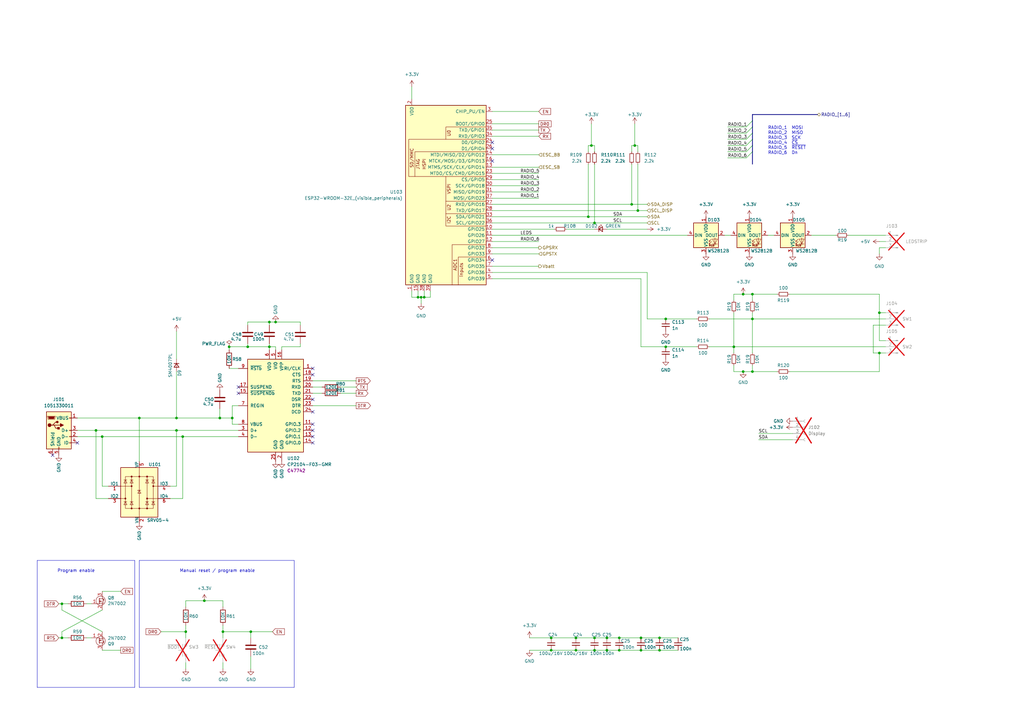
<source format=kicad_sch>
(kicad_sch (version 20231120) (generator "eeschema") (generator_version "8.0")
  (paper "A3")
  (junction (at 76.2 259.08))
  (junction (at 57.15 171.45))
  (junction (at 259.08 83.82))
  (junction (at 39.37 176.53))
  (junction (at 243.84 266.7))
  (junction (at 254 261.62))
  (junction (at 95.25 171.45))
  (junction (at 243.84 261.62))
  (junction (at 91.44 259.08))
  (junction (at 270.51 261.62))
  (junction (at 270.51 266.7))
  (junction (at 236.22 266.7))
  (junction (at 171.45 121.92))
  (junction (at 226.06 266.7))
  (junction (at 83.82 246.38))
  (junction (at 273.05 130.81))
  (junction (at 248.92 261.62))
  (junction (at 72.39 176.53))
  (junction (at 248.92 266.7))
  (junction (at 101.6 142.24))
  (junction (at 254 266.7))
  (junction (at 273.05 142.24))
  (junction (at 308.61 130.81))
  (junction (at 173.99 121.92))
  (junction (at 300.99 142.24))
  (junction (at 243.84 91.44))
  (junction (at 102.87 259.08))
  (junction (at 360.68 128.27))
  (junction (at 304.8 120.65))
  (junction (at 261.62 86.36))
  (junction (at 308.61 152.4))
  (junction (at 360.68 144.78))
  (junction (at 304.8 152.4))
  (junction (at 242.57 59.69))
  (junction (at 110.49 142.24))
  (junction (at 236.22 261.62))
  (junction (at 113.03 132.08))
  (junction (at 110.49 132.08))
  (junction (at 262.89 266.7))
  (junction (at 90.17 171.45))
  (junction (at 241.3 88.9))
  (junction (at 25.4 247.65))
  (junction (at 226.06 261.62))
  (junction (at 262.89 261.62))
  (junction (at 25.4 261.62))
  (junction (at 41.91 179.07))
  (junction (at 308.61 120.65))
  (junction (at 93.98 142.24))
  (junction (at 172.72 121.92))
  (junction (at 72.39 171.45))
  (junction (at 260.35 59.69))
  (junction (at 74.93 179.07))
  (no_connect (at 201.93 106.68))
  (no_connect (at 201.93 60.96))
  (no_connect (at 128.27 163.83))
  (no_connect (at 201.93 58.42))
  (no_connect (at 128.27 168.91))
  (no_connect (at 97.79 158.75))
  (no_connect (at 97.79 161.29))
  (no_connect (at 128.27 151.13))
  (no_connect (at 21.59 186.69))
  (no_connect (at 128.27 173.99))
  (no_connect (at 31.75 181.61))
  (no_connect (at 128.27 181.61))
  (no_connect (at 128.27 176.53))
  (no_connect (at 128.27 179.07))
  (no_connect (at 128.27 153.67))
  (no_connect (at 201.93 66.04))
  (bus_entry (at 308.61 57.15) (size -2.54 2.54))
  (bus_entry (at 308.61 62.23) (size -2.54 2.54))
  (bus_entry (at 308.61 59.69) (size -2.54 2.54))
  (bus_entry (at 308.61 54.61) (size -2.54 2.54))
  (bus_entry (at 308.61 52.07) (size -2.54 2.54))
  (bus_entry (at 308.61 49.53) (size -2.54 2.54))
  (wire (pts (xy 57.15 171.45) (xy 57.15 189.23)))
  (wire (pts (xy 347.98 96.52) (xy 363.22 96.52)))
  (wire (pts (xy 226.06 261.62) (xy 236.22 261.62)))
  (wire (pts (xy 41.91 179.07) (xy 41.91 199.39)))
  (wire (pts (xy 220.98 68.58) (xy 201.93 68.58)))
  (wire (pts (xy 201.93 73.66) (xy 220.98 73.66)))
  (wire (pts (xy 115.57 143.51) (xy 115.57 142.24)))
  (wire (pts (xy 243.84 91.44) (xy 265.43 91.44)))
  (wire (pts (xy 323.85 120.65) (xy 360.68 120.65)))
  (bus (pts (xy 308.61 57.15) (xy 308.61 59.69)))
  (wire (pts (xy 290.83 130.81) (xy 308.61 130.81)))
  (wire (pts (xy 201.93 78.74) (xy 220.98 78.74)))
  (wire (pts (xy 101.6 132.08) (xy 110.49 132.08)))
  (wire (pts (xy 261.62 86.36) (xy 201.93 86.36)))
  (wire (pts (xy 360.68 128.27) (xy 363.22 128.27)))
  (wire (pts (xy 265.43 83.82) (xy 259.08 83.82)))
  (wire (pts (xy 172.72 121.92) (xy 172.72 124.46)))
  (wire (pts (xy 242.57 50.8) (xy 242.57 59.69)))
  (wire (pts (xy 304.8 152.4) (xy 308.61 152.4)))
  (wire (pts (xy 72.39 176.53) (xy 97.79 176.53)))
  (wire (pts (xy 308.61 120.65) (xy 318.77 120.65)))
  (wire (pts (xy 298.45 59.69) (xy 306.07 59.69)))
  (wire (pts (xy 311.15 177.8) (xy 325.12 177.8)))
  (wire (pts (xy 308.61 152.4) (xy 308.61 149.86)))
  (wire (pts (xy 308.61 130.81) (xy 363.22 130.81)))
  (wire (pts (xy 300.99 152.4) (xy 304.8 152.4)))
  (wire (pts (xy 232.41 93.98) (xy 243.84 93.98)))
  (wire (pts (xy 311.15 180.34) (xy 325.12 180.34)))
  (wire (pts (xy 201.93 99.06) (xy 220.98 99.06)))
  (wire (pts (xy 236.22 266.7) (xy 243.84 266.7)))
  (wire (pts (xy 172.72 121.92) (xy 173.99 121.92)))
  (wire (pts (xy 101.6 142.24) (xy 110.49 142.24)))
  (polyline (pts (xy 57.15 229.87) (xy 120.65 229.87)))
  (wire (pts (xy 254 261.62) (xy 262.89 261.62)))
  (wire (pts (xy 201.93 114.3) (xy 262.89 114.3)))
  (wire (pts (xy 242.57 59.69) (xy 243.84 59.69)))
  (wire (pts (xy 360.68 139.7) (xy 363.22 139.7)))
  (wire (pts (xy 139.7 161.29) (xy 146.05 161.29)))
  (wire (pts (xy 93.98 143.51) (xy 93.98 142.24)))
  (wire (pts (xy 300.99 149.86) (xy 300.99 152.4)))
  (wire (pts (xy 248.92 266.7) (xy 254 266.7)))
  (wire (pts (xy 110.49 133.35) (xy 110.49 132.08)))
  (wire (pts (xy 115.57 142.24) (xy 123.19 142.24)))
  (wire (pts (xy 95.25 171.45) (xy 95.25 173.99)))
  (wire (pts (xy 173.99 121.92) (xy 176.53 121.92)))
  (wire (pts (xy 297.18 96.52) (xy 299.72 96.52)))
  (wire (pts (xy 298.45 52.07) (xy 306.07 52.07)))
  (wire (pts (xy 132.08 158.75) (xy 128.27 158.75)))
  (wire (pts (xy 76.2 246.38) (xy 83.82 246.38)))
  (wire (pts (xy 113.03 142.24) (xy 113.03 143.51)))
  (wire (pts (xy 360.68 120.65) (xy 360.68 128.27)))
  (wire (pts (xy 308.61 130.81) (xy 308.61 144.78)))
  (wire (pts (xy 91.44 256.54) (xy 91.44 259.08)))
  (wire (pts (xy 110.49 142.24) (xy 113.03 142.24)))
  (wire (pts (xy 259.08 59.69) (xy 259.08 62.23)))
  (wire (pts (xy 332.74 96.52) (xy 342.9 96.52)))
  (wire (pts (xy 25.4 261.62) (xy 27.94 261.62)))
  (wire (pts (xy 168.91 35.56) (xy 168.91 40.64)))
  (wire (pts (xy 69.85 204.47) (xy 74.93 204.47)))
  (wire (pts (xy 123.19 132.08) (xy 113.03 132.08)))
  (wire (pts (xy 261.62 67.31) (xy 261.62 86.36)))
  (wire (pts (xy 260.35 59.69) (xy 261.62 59.69)))
  (wire (pts (xy 201.93 93.98) (xy 227.33 93.98)))
  (wire (pts (xy 72.39 152.4) (xy 72.39 171.45)))
  (wire (pts (xy 91.44 259.08) (xy 102.87 259.08)))
  (wire (pts (xy 201.93 76.2) (xy 220.98 76.2)))
  (wire (pts (xy 97.79 166.37) (xy 95.25 166.37)))
  (wire (pts (xy 290.83 142.24) (xy 300.99 142.24)))
  (wire (pts (xy 248.92 93.98) (xy 265.43 93.98)))
  (wire (pts (xy 44.45 204.47) (xy 39.37 204.47)))
  (wire (pts (xy 93.98 142.24) (xy 101.6 142.24)))
  (wire (pts (xy 360.68 99.06) (xy 363.22 99.06)))
  (wire (pts (xy 262.89 142.24) (xy 262.89 114.3)))
  (wire (pts (xy 248.92 261.62) (xy 254 261.62)))
  (wire (pts (xy 300.99 142.24) (xy 363.22 142.24)))
  (wire (pts (xy 304.8 120.65) (xy 308.61 120.65)))
  (wire (pts (xy 31.75 176.53) (xy 39.37 176.53)))
  (wire (pts (xy 41.91 250.19) (xy 25.4 259.08)))
  (wire (pts (xy 308.61 120.65) (xy 308.61 123.19)))
  (wire (pts (xy 83.82 246.38) (xy 91.44 246.38)))
  (wire (pts (xy 243.84 67.31) (xy 243.84 91.44)))
  (wire (pts (xy 101.6 132.08) (xy 101.6 133.35)))
  (wire (pts (xy 76.2 259.08) (xy 76.2 261.62)))
  (wire (pts (xy 123.19 133.35) (xy 123.19 132.08)))
  (wire (pts (xy 95.25 166.37) (xy 95.25 171.45)))
  (wire (pts (xy 168.91 121.92) (xy 168.91 119.38)))
  (wire (pts (xy 270.51 261.62) (xy 278.13 261.62)))
  (wire (pts (xy 72.39 171.45) (xy 90.17 171.45)))
  (wire (pts (xy 201.93 71.12) (xy 220.98 71.12)))
  (wire (pts (xy 217.17 261.62) (xy 226.06 261.62)))
  (wire (pts (xy 95.25 173.99) (xy 97.79 173.99)))
  (polyline (pts (xy 15.24 281.94) (xy 15.24 229.87)))
  (wire (pts (xy 243.84 261.62) (xy 248.92 261.62)))
  (wire (pts (xy 113.03 132.08) (xy 110.49 132.08)))
  (wire (pts (xy 273.05 142.24) (xy 285.75 142.24)))
  (wire (pts (xy 72.39 199.39) (xy 72.39 176.53)))
  (polyline (pts (xy 55.245 281.94) (xy 15.24 281.94)))
  (wire (pts (xy 31.75 179.07) (xy 41.91 179.07)))
  (wire (pts (xy 300.99 120.65) (xy 304.8 120.65)))
  (wire (pts (xy 35.56 261.62) (xy 37.465 261.62)))
  (wire (pts (xy 91.44 261.62) (xy 91.44 259.08)))
  (wire (pts (xy 201.93 88.9) (xy 241.3 88.9)))
  (wire (pts (xy 76.2 246.38) (xy 76.2 248.92)))
  (wire (pts (xy 220.98 50.8) (xy 201.93 50.8)))
  (wire (pts (xy 261.62 59.69) (xy 261.62 62.23)))
  (wire (pts (xy 241.3 88.9) (xy 265.43 88.9)))
  (wire (pts (xy 262.89 142.24) (xy 273.05 142.24)))
  (wire (pts (xy 76.2 274.32) (xy 76.2 271.78)))
  (wire (pts (xy 300.99 123.19) (xy 300.99 120.65)))
  (wire (pts (xy 360.68 144.78) (xy 363.22 144.78)))
  (wire (pts (xy 217.17 266.7) (xy 226.06 266.7)))
  (wire (pts (xy 360.68 128.27) (xy 360.68 139.7)))
  (wire (pts (xy 76.2 259.08) (xy 66.04 259.08)))
  (wire (pts (xy 102.87 259.08) (xy 102.87 261.62)))
  (wire (pts (xy 41.91 266.7) (xy 49.53 266.7)))
  (wire (pts (xy 201.93 96.52) (xy 281.94 96.52)))
  (wire (pts (xy 259.08 59.69) (xy 260.35 59.69)))
  (wire (pts (xy 90.17 171.45) (xy 95.25 171.45)))
  (wire (pts (xy 173.99 121.92) (xy 173.99 119.38)))
  (wire (pts (xy 226.06 266.7) (xy 236.22 266.7)))
  (wire (pts (xy 128.27 166.37) (xy 146.05 166.37)))
  (wire (pts (xy 74.93 179.07) (xy 97.79 179.07)))
  (wire (pts (xy 220.98 101.6) (xy 201.93 101.6)))
  (wire (pts (xy 243.84 266.7) (xy 248.92 266.7)))
  (wire (pts (xy 69.85 199.39) (xy 72.39 199.39)))
  (wire (pts (xy 363.22 101.6) (xy 360.68 101.6)))
  (wire (pts (xy 91.44 246.38) (xy 91.44 248.92)))
  (wire (pts (xy 262.89 266.7) (xy 270.51 266.7)))
  (polyline (pts (xy 120.65 281.94) (xy 57.15 281.94)))
  (wire (pts (xy 220.98 104.14) (xy 201.93 104.14)))
  (wire (pts (xy 260.35 50.8) (xy 260.35 59.69)))
  (wire (pts (xy 314.96 96.52) (xy 317.5 96.52)))
  (wire (pts (xy 72.39 135.89) (xy 72.39 147.32)))
  (bus (pts (xy 335.28 46.99) (xy 308.61 46.99)))
  (wire (pts (xy 298.45 64.77) (xy 306.07 64.77)))
  (wire (pts (xy 220.98 63.5) (xy 201.93 63.5)))
  (wire (pts (xy 110.49 140.97) (xy 110.49 142.24)))
  (wire (pts (xy 168.91 121.92) (xy 171.45 121.92)))
  (wire (pts (xy 308.61 152.4) (xy 318.77 152.4)))
  (polyline (pts (xy 57.15 281.94) (xy 57.15 229.87)))
  (wire (pts (xy 323.85 152.4) (xy 360.68 152.4)))
  (wire (pts (xy 171.45 121.92) (xy 172.72 121.92)))
  (wire (pts (xy 241.3 59.69) (xy 242.57 59.69)))
  (wire (pts (xy 110.49 142.24) (xy 110.49 143.51)))
  (wire (pts (xy 76.2 256.54) (xy 76.2 259.08)))
  (wire (pts (xy 39.37 176.53) (xy 72.39 176.53)))
  (wire (pts (xy 25.4 247.65) (xy 25.4 250.19)))
  (wire (pts (xy 39.37 176.53) (xy 39.37 204.47)))
  (wire (pts (xy 300.99 144.78) (xy 300.99 142.24)))
  (wire (pts (xy 220.98 109.22) (xy 201.93 109.22)))
  (wire (pts (xy 298.45 57.15) (xy 306.07 57.15)))
  (wire (pts (xy 97.79 151.13) (xy 93.98 151.13)))
  (wire (pts (xy 201.93 81.28) (xy 220.98 81.28)))
  (wire (pts (xy 360.68 101.6) (xy 360.68 104.14)))
  (wire (pts (xy 243.84 59.69) (xy 243.84 62.23)))
  (wire (pts (xy 41.91 179.07) (xy 74.93 179.07)))
  (wire (pts (xy 241.3 59.69) (xy 241.3 62.23)))
  (bus (pts (xy 308.61 46.99) (xy 308.61 49.53)))
  (wire (pts (xy 262.89 261.62) (xy 270.51 261.62)))
  (wire (pts (xy 102.87 269.24) (xy 102.87 274.32)))
  (wire (pts (xy 128.27 156.21) (xy 146.05 156.21)))
  (wire (pts (xy 35.56 247.65) (xy 37.465 247.65)))
  (wire (pts (xy 360.68 152.4) (xy 360.68 144.78)))
  (polyline (pts (xy 120.65 229.87) (xy 120.65 281.94)))
  (wire (pts (xy 259.08 67.31) (xy 259.08 83.82)))
  (wire (pts (xy 101.6 140.97) (xy 101.6 142.24)))
  (wire (pts (xy 270.51 266.7) (xy 278.13 266.7)))
  (wire (pts (xy 74.93 204.47) (xy 74.93 179.07)))
  (wire (pts (xy 102.87 259.08) (xy 111.76 259.08)))
  (polyline (pts (xy 15.24 229.87) (xy 55.245 229.87)))
  (wire (pts (xy 300.99 128.27) (xy 300.99 142.24)))
  (wire (pts (xy 132.08 161.29) (xy 128.27 161.29)))
  (wire (pts (xy 123.19 142.24) (xy 123.19 140.97)))
  (wire (pts (xy 31.75 171.45) (xy 57.15 171.45)))
  (wire (pts (xy 139.7 158.75) (xy 146.05 158.75)))
  (bus (pts (xy 308.61 52.07) (xy 308.61 54.61)))
  (wire (pts (xy 25.4 250.19) (xy 41.91 259.08)))
  (bus (pts (xy 308.61 59.69) (xy 308.61 62.23)))
  (wire (pts (xy 91.44 274.32) (xy 91.44 271.78)))
  (wire (pts (xy 220.98 55.88) (xy 201.93 55.88)))
  (wire (pts (xy 298.45 62.23) (xy 306.07 62.23)))
  (wire (pts (xy 57.15 171.45) (xy 72.39 171.45)))
  (wire (pts (xy 254 266.7) (xy 262.89 266.7)))
  (wire (pts (xy 241.3 67.31) (xy 241.3 88.9)))
  (wire (pts (xy 220.98 53.34) (xy 201.93 53.34)))
  (wire (pts (xy 220.98 45.72) (xy 201.93 45.72)))
  (wire (pts (xy 25.4 247.65) (xy 24.13 247.65)))
  (wire (pts (xy 265.43 130.81) (xy 273.05 130.81)))
  (wire (pts (xy 358.14 144.78) (xy 358.14 133.35)))
  (wire (pts (xy 308.61 128.27) (xy 308.61 130.81)))
  (wire (pts (xy 176.53 119.38) (xy 176.53 121.92)))
  (wire (pts (xy 25.4 261.62) (xy 24.13 261.62)))
  (wire (pts (xy 171.45 119.38) (xy 171.45 121.92)))
  (wire (pts (xy 201.93 91.44) (xy 243.84 91.44)))
  (wire (pts (xy 259.08 83.82) (xy 201.93 83.82)))
  (wire (pts (xy 25.4 247.65) (xy 27.94 247.65)))
  (wire (pts (xy 44.45 199.39) (xy 41.91 199.39)))
  (wire (pts (xy 273.05 130.81) (xy 285.75 130.81)))
  (wire (pts (xy 49.53 242.57) (xy 41.91 242.57)))
  (wire (pts (xy 201.93 111.76) (xy 265.43 111.76)))
  (wire (pts (xy 265.43 130.81) (xy 265.43 111.76)))
  (wire (pts (xy 298.45 54.61) (xy 306.07 54.61)))
  (wire (pts (xy 236.22 261.62) (xy 243.84 261.62)))
  (bus (pts (xy 308.61 62.23) (xy 308.61 67.31)))
  (bus (pts (xy 308.61 49.53) (xy 308.61 52.07)))
  (wire (pts (xy 25.4 261.62) (xy 25.4 259.08)))
  (wire (pts (xy 90.17 167.64) (xy 90.17 171.45)))
  (wire (pts (xy 358.14 133.35) (xy 363.22 133.35)))
  (wire (pts (xy 358.14 144.78) (xy 360.68 144.78)))
  (bus (pts (xy 308.61 54.61) (xy 308.61 57.15)))
  (wire (pts (xy 265.43 86.36) (xy 261.62 86.36)))
  (polyline (pts (xy 55.245 229.87) (xy 55.245 281.94)))
  (text "Program enable" (at 23.495 234.95 0) (effects (font (size 1.27 1.27)) (justify left bottom)))
  (text "RADIO_1  MOSI\nRADIO_2  MISO\nRADIO_3  SCK\nRADIO_4  ~{CS}\nRADIO_5  ~{RESET}\nRADIO_6  Dn\n" (at 314.96 63.5 0) (effects (font (size 1.27 1.27)) (justify left bottom)))
  (text "Manual reset / program enable" (at 73.66 234.95 0) (effects (font (size 1.27 1.27)) (justify left bottom)))
  (label "RADIO_2" (at 213.36 78.74 0))
  (label "RADIO_3" (at 298.45 57.15 0))
  (label "RADIO_4" (at 213.36 73.66 0))
  (label "SDA" (at 311.15 180.34 0))
  (label "RADIO_6" (at 213.36 99.06 0))
  (label "SCL" (at 311.15 177.8 0))
  (label "RADIO_5" (at 298.45 62.23 0))
  (label "RADIO_5" (at 213.36 71.12 0))
  (label "RADIO_1" (at 213.36 81.28 0))
  (label "RADIO_2" (at 298.45 54.61 0))
  (label "RADIO_3" (at 213.36 76.2 0))
  (label "SDA" (at 251.46 88.9 0))
  (label "RADIO_6" (at 298.45 64.77 0))
  (label "LEDS" (at 213.36 96.52 0))
  (label "RADIO_4" (at 298.45 59.69 0))
  (label "SCL" (at 251.46 91.44 0))
  (label "RADIO_1" (at 298.45 52.07 0))
  (global_label "TX" (shape input) (at 146.05 158.75 0) (property "Intersheetrefs" "${INTERSHEET_REFS}" (effects (hide yes))))
  (global_label "RTS" (shape input) (at 24.13 261.62 180) (property "Intersheetrefs" "${INTERSHEET_REFS}" (effects (hide yes))))
  (global_label "DR0" (shape input) (at 66.04 259.08 180) (property "Intersheetrefs" "${INTERSHEET_REFS}" (effects (hide yes))))
  (global_label "EN" (shape input) (at 111.76 259.08 0) (property "Intersheetrefs" "${INTERSHEET_REFS}" (effects (hide yes))))
  (global_label "EN" (shape input) (at 49.53 242.57 0) (property "Intersheetrefs" "${INTERSHEET_REFS}" (effects (hide yes))))
  (global_label "TX" (shape output) (at 220.98 53.34 0) (property "Intersheetrefs" "${INTERSHEET_REFS}" (effects (hide yes))))
  (global_label "RX" (shape output) (at 146.05 161.29 0) (property "Intersheetrefs" "${INTERSHEET_REFS}" (effects (hide yes))))
  (global_label "DTR" (shape input) (at 24.13 247.65 180) (property "Intersheetrefs" "${INTERSHEET_REFS}" (effects (hide yes))))
  (global_label "DR0" (shape passive) (at 49.53 266.7 0) (property "Intersheetrefs" "${INTERSHEET_REFS}" (effects (hide yes))))
  (global_label "EN" (shape input) (at 220.98 45.72 0) (property "Intersheetrefs" "${INTERSHEET_REFS}" (effects (hide yes))))
  (global_label "DTR" (shape output) (at 146.05 166.37 0) (property "Intersheetrefs" "${INTERSHEET_REFS}" (effects (hide yes))))
  (global_label "RTS" (shape output) (at 146.05 156.21 0) (property "Intersheetrefs" "${INTERSHEET_REFS}" (effects (hide yes))))
  (global_label "RX" (shape input) (at 220.98 55.88 0) (property "Intersheetrefs" "${INTERSHEET_REFS}" (effects (hide yes))))
  (global_label "DR0" (shape passive) (at 220.98 50.8 0) (property "Intersheetrefs" "${INTERSHEET_REFS}" (effects (hide yes))))
  (hierarchical_label "Vbatt" (shape output) (at 220.98 109.22 0))
  (hierarchical_label "ESC_BB" (shape input) (at 220.98 63.5 0))
  (hierarchical_label "SDA" (shape bidirectional) (at 265.43 88.9 0))
  (hierarchical_label "ESC_SB" (shape input) (at 220.98 68.58 0))
  (hierarchical_label "GPSRX" (shape output) (at 220.98 101.6 0))
  (hierarchical_label "SCL" (shape input) (at 265.43 91.44 0))
  (hierarchical_label "GPSTX" (shape input) (at 220.98 104.14 0))
  (hierarchical_label "RADIO_[1..6]" (shape bidirectional) (at 335.28 46.99 0))
  (hierarchical_label "SCL_DISP" (shape input) (at 265.43 86.36 0))
  (hierarchical_label "SDA_DISP" (shape bidirectional) (at 265.43 83.82 0))
  (symbol (lib_id "power:+3.3V") (at 83.82 246.38 0) (unit 1)
    (property "Reference" "#PWR0105" (effects (hide yes)))
    (property "Value" "+3.3V" (at 83.82 241.3 0))
  )
  (symbol (lib_id "Device:C") (at 123.19 137.16 0) (unit 1)
    (property "Reference" "C51" (at 116.84 137.16 0) (effects (justify left)))
    (property "Value" "4.7u" (at 116.205 139.065 0) (effects (justify left)))
    (property "Footprint" "A_Device:C_0603" (effects (hide yes)))
    (property "LCSC" "C19666" (effects (hide yes)))
    (instances (project "Smartbox4.0_V1.3" (path "" (reference "C51") (unit 1))) (project "Nice-Buoy-V1_1" (path "" (reference "C105") (unit 1))))
  )
  (symbol (lib_id "Connector:USB_B_Mini") (at 24.13 176.53 0) (unit 1)
    (property "Reference" "J101" (at 24.13 163.83 0))
    (property "Value" "1051330011" (at 24.13 166.37 0))
    (property "Footprint" "Connector_USB:USB_Micro-B_Molex-105133-0001" (effects (hide yes)))
    (property "LCSC" "C586226" (effects (hide yes)))
  )
  (symbol (lib_id "Device:R_Small") (at 308.61 147.32 180) (unit 1)
    (property "Reference" "R19" (at 306.705 147.32 90))
    (property "Value" "10K" (at 310.515 147.32 90))
    (property "Footprint" "A_Device:R_0603" (effects (hide yes)))
    (property "LCSC" "C22843" (effects (hide yes)))
    (instances (project "NIKOLA-02-E-001_PCAScannerController_R1" (path "" (reference "R19") (unit 1))) (project "Nice-Buoy-V1_1" (path "" (reference "R118") (unit 1))))
  )
  (symbol (lib_id "Device:C") (at 101.6 137.16 0) (unit 1)
    (property "Reference" "C48" (at 95.25 137.16 0) (effects (justify left)))
    (property "Value" "4.7u" (at 94.615 139.065 0) (effects (justify left)))
    (property "Footprint" "A_Device:C_0603" (effects (hide yes)))
    (property "LCSC" "C19666" (effects (hide yes)))
    (instances (project "Smartbox4.0_V1.3" (path "" (reference "C48") (unit 1))) (project "Nice-Buoy-V1_1" (path "" (reference "C102") (unit 1))))
  )
  (symbol (lib_id "Device:C_Small") (at 236.22 264.16 0) (unit 1)
    (property "Reference" "C24" (at 234.95 260.35 0) (effects (justify left)))
    (property "Value" "100u/16V" (at 231.14 267.97 0) (effects (justify left)))
    (property "Footprint" "Capacitor_SMD:C_1210_3225Metric" (effects (hide yes)))
    (property "LCSC" "C90143" (effects (hide yes)))
    (instances (project "NIKOLA-02-E-001_PCAScannerController_R1" (path "" (reference "C24") (unit 1))) (project "Nice-Buoy-V1_1" (path "" (reference "C107") (unit 1))))
  )
  (symbol (lib_id "power:GND") (at 115.57 189.23 0) (unit 1)
    (property "Reference" "#PWR0122" (effects (hide yes)))
    (property "Value" "GND" (at 115.57 194.31 90))
    (instances (project "Smartbox4.0_V1.3" (path "" (reference "#PWR0122") (unit 1))) (project "Nice-Buoy-V1_1" (path "" (reference "#PWR0111") (unit 1))))
  )
  (symbol (lib_id "power:GND") (at 91.44 274.32 0) (unit 1)
    (property "Reference" "#PWR0123" (effects (hide yes)))
    (property "Value" "GND" (at 91.567 278.7142 0))
    (instances (project "Smartbox4.0_V1.3" (path "" (reference "#PWR0123") (unit 1))) (project "Nice-Buoy-V1_1" (path "" (reference "#PWR0107") (unit 1))))
  )
  (symbol (lib_id "power:GND") (at 307.34 104.14 0) (unit 1)
    (property "Reference" "#PWR0126" (effects (hide yes)))
    (property "Value" "GND" (at 307.34 108.585 0))
  )
  (symbol (lib_id "power:GND") (at 90.17 160.02 180) (unit 1)
    (property "Reference" "#PWR080" (effects (hide yes)))
    (property "Value" "GND" (at 90.17 154.94 90))
    (instances (project "Smartbox4.0_V1.3" (path "" (reference "#PWR080") (unit 1))) (project "Nice-Buoy-V1_1" (path "" (reference "#PWR0106") (unit 1))))
  )
  (symbol (lib_id "Switch:SW_Push") (at 91.44 266.7 90) (unit 1) (in_bom no) (dnp yes)
    (property "Reference" "SW4" (at 92.6592 265.3792 90) (effects (justify right)))
    (property "Value" "~{RESET}" (at 83.82 265.43 90) (effects (justify right)))
    (property "Footprint" "Connector_PinHeader_2.54mm:PinHeader_1x02_P2.54mm_Vertical" (effects (hide yes)))
    (property "Farnell" "-" (effects (hide yes)))
    (instances (project "Smartbox4.0_V1.3" (path "" (reference "SW4") (unit 1))) (project "Nice-Buoy-V1_1" (path "" (reference "SW102") (unit 1))))
  )
  (symbol (lib_id "power:GND") (at 113.03 189.23 0) (unit 1)
    (property "Reference" "#PWR0121" (effects (hide yes)))
    (property "Value" "GND" (at 113.03 194.31 90))
    (instances (project "Smartbox4.0_V1.3" (path "" (reference "#PWR0121") (unit 1))) (project "Nice-Buoy-V1_1" (path "" (reference "#PWR0110") (unit 1))))
  )
  (symbol (lib_id "Device:R_Small") (at 321.31 120.65 270) (unit 1)
    (property "Reference" "R119" (at 321.31 123.19 90))
    (property "Value" "100" (at 321.31 118.11 90))
    (property "Footprint" "A_Device:R_0603" (effects (hide yes)))
  )
  (symbol (lib_id "power:+3.3V") (at 325.12 175.26 90) (unit 1)
    (property "Reference" "#PWR0130" (effects (hide yes)))
    (property "Value" "+3.3V" (at 321.31 175.26 90) (effects (justify left)))
  )
  (symbol (lib_id "Device:R_Small") (at 300.99 125.73 180) (unit 1)
    (property "Reference" "R19" (at 299.085 125.73 90))
    (property "Value" "10K" (at 302.895 125.73 90))
    (property "Footprint" "A_Device:R_0603" (effects (hide yes)))
    (property "LCSC" "C22843" (effects (hide yes)))
    (instances (project "NIKOLA-02-E-001_PCAScannerController_R1" (path "" (reference "R19") (unit 1))) (project "Nice-Buoy-V1_1" (path "" (reference "R115") (unit 1))))
  )
  (symbol (lib_id "power:GND") (at 325.12 172.72 270) (unit 1)
    (property "Reference" "#PWR0129" (effects (hide yes)))
    (property "Value" "GND" (at 321.31 172.72 90) (effects (justify right)))
  )
  (symbol (lib_id "Device:C_Small") (at 278.13 264.16 0) (unit 1)
    (property "Reference" "C25" (at 278.765 262.255 0) (effects (justify left)))
    (property "Value" "100n" (at 278.765 266.065 0) (effects (justify left)))
    (property "Footprint" "A_Device:C_0603" (effects (hide yes)))
    (property "LCSC" "C14663" (effects (hide yes)))
    (instances (project "NIKOLA-02-E-001_PCAScannerController_R1" (path "" (reference "C25") (unit 1))) (project "Nice-Buoy-V1_1" (path "" (reference "C115") (unit 1))))
  )
  (symbol (lib_id "Confocal:CP2104-F03-GMR") (at 113.03 166.37 0) (unit 1)
    (property "Reference" "U102" (at 117.7641 187.96 0) (effects (justify left)))
    (property "Value" "CP2104-F03-GMR" (at 117.7641 190.5 0) (effects (justify left)))
    (property "Footprint" "Package_DFN_QFN:QFN-24-1EP_4x4mm_P0.5mm_EP2.6x2.6mm" (effects (hide yes)))
    (property "Datasheet" "https://datasheet.lcsc.com/lcsc/1809191938_SILICON-LABS-CP2104-F03-GMR_C47742.pdf" (effects (hide yes)))
    (property "LCSC" "C47742" (at 117.7641 193.04 0) (effects (justify left)))
  )
  (symbol (lib_id "Device:D_Small") (at 72.39 149.86 90) (mirror x) (unit 1)
    (property "Reference" "D9" (at 73.66 153.035 0))
    (property "Value" "SM4007PL" (at 69.85 149.86 0))
    (property "Footprint" "A_Device:D_SOD-123_2.85x1.8x1.3" (effects (hide yes)))
    (property "Datasheet" "https://datasheet.lcsc.com/lcsc/1809301215_MDD-Microdiode-Electronics-SM4007PL_C64898.pdf" (effects (hide yes)))
    (property "LCSC" "C64898 " (effects (hide yes)))
    (instances (project "Smartbox4.0_V1.3" (path "" (reference "D9") (unit 1))) (project "Nice-Buoy-V1_1" (path "" (reference "D101") (unit 1))))
  )
  (symbol (lib_id "SmartBox4-0V1.2-rescue:NFET_small-AirSupplies-Repeater_4x_V1_0-rescue-Repeater_4x_USB_V1.1-rescue") (at 40.64 262.89 0) (mirror x) (unit 1)
    (property "Reference" "Q9" (at 44.1452 264.0584 0) (effects (justify left)))
    (property "Value" "2N7002" (at 44.1452 261.747 0) (effects (justify left)))
    (property "Footprint" "A_IC_SOT:SOT-23_1.4x3_P0.95" (effects (hide yes)))
    (property "LCSC" "C8545" (effects (hide yes)))
    (property "Octopart" "C20917" (effects (hide yes)))
    (instances (project "Smartbox4.0_V1.3" (path "" (reference "Q9") (unit 1))) (project "Nice-Buoy-V1_1" (path "" (reference "Q102") (unit 1))))
  )
  (symbol (lib_id "power:+5V") (at 360.68 99.06 90) (unit 1)
    (property "Reference" "#PWR0131" (effects (hide yes)))
    (property "Value" "+5V" (at 356.87 99.06 90) (effects (justify left)))
  )
  (symbol (lib_id "Device:C_Small") (at 273.05 144.78 0) (unit 1)
    (property "Reference" "C114" (at 275.59 143.5163 0) (effects (justify left)))
    (property "Value" "1n" (at 275.59 146.0563 0) (effects (justify left)))
    (property "Footprint" "A_Device:C_0603" (effects (hide yes)))
    (property "LCSC" "C1588" (effects (hide yes)))
  )
  (symbol (lib_id "Device:R") (at 91.44 252.73 0) (unit 1)
    (property "Reference" "R61" (at 92.71 252.73 0) (effects (justify left)))
    (property "Value" "10K" (at 91.44 252.73 90))
    (property "Footprint" "A_Device:R_0603" (effects (hide yes)))
    (property "Farnell" "2331736" (effects (hide yes)))
    (property "MF" "TE CONNECTIVITY" (effects (hide yes)))
    (property "MFN" "CRGH0603F10K" (effects (hide yes)))
    (property "LCSC" "C25804" (effects (hide yes)))
    (instances (project "Smartbox4.0_V1.3" (path "" (reference "R61") (unit 1))) (project "Nice-Buoy-V1_1" (path "" (reference "R104") (unit 1))))
  )
  (symbol (lib_id "Device:R_Small") (at 288.29 130.81 90) (unit 1)
    (property "Reference" "R113" (at 288.29 128.27 90))
    (property "Value" "100" (at 288.29 133.35 90))
    (property "Footprint" "A_Device:R_0603" (effects (hide yes)))
  )
  (symbol (lib_id "Connector:Conn_01x03_Pin") (at 368.3 99.06 0) (mirror y) (unit 1) (in_bom no) (dnp yes)
    (property "Reference" "J103" (at 365.76 92.71 0))
    (property "Value" "LEDSTRIP" (at 375.92 99.06 0))
    (property "Footprint" "Connector_JST:JST_XH_B3B-XH-A_1x03_P2.50mm_Vertical" (effects (hide yes)))
    (property "LCSC" "C161870" (effects (hide yes)))
  )
  (symbol (lib_id "Device:R") (at 93.98 147.32 0) (unit 1)
    (property "Reference" "R58" (at 95.25 147.32 0) (effects (justify left)))
    (property "Value" "10K" (at 93.98 147.32 90))
    (property "Footprint" "A_Device:R_0603" (effects (hide yes)))
    (property "Farnell" "2331736" (effects (hide yes)))
    (property "MF" "TE CONNECTIVITY" (effects (hide yes)))
    (property "MFN" "CRGH0603F10K" (effects (hide yes)))
    (property "LCSC" "C25804" (effects (hide yes)))
    (instances (project "Smartbox4.0_V1.3" (path "" (reference "R58") (unit 1))) (project "Nice-Buoy-V1_1" (path "" (reference "R105") (unit 1))))
  )
  (symbol (lib_id "Device:R_Small") (at 241.3 64.77 0) (mirror y) (unit 1)
    (property "Reference" "R109" (at 238.76 63.5 0) (effects (justify left)))
    (property "Value" "2.2k" (at 238.76 66.04 0) (effects (justify left)))
    (property "Footprint" "A_Device:R_0603" (effects (hide yes)))
  )
  (symbol (lib_id "Device:C_Small") (at 226.06 264.16 0) (unit 1)
    (property "Reference" "C24" (at 224.79 260.35 0) (effects (justify left)))
    (property "Value" "100u/16V" (at 220.98 267.97 0) (effects (justify left)))
    (property "Footprint" "Capacitor_SMD:C_1210_3225Metric" (effects (hide yes)))
    (property "LCSC" "C90143" (effects (hide yes)))
    (instances (project "NIKOLA-02-E-001_PCAScannerController_R1" (path "" (reference "C24") (unit 1))) (project "Nice-Buoy-V1_1" (path "" (reference "C106") (unit 1))))
  )
  (symbol (lib_id "Device:R_Small") (at 261.62 64.77 0) (unit 1)
    (property "Reference" "R112" (at 264.16 63.5 0) (effects (justify left)))
    (property "Value" "2.2k" (at 264.16 66.04 0) (effects (justify left)))
    (property "Footprint" "A_Device:R_0603" (effects (hide yes)))
  )
  (symbol (lib_id "power:GND") (at 76.2 274.32 0) (unit 1)
    (property "Reference" "#PWR081" (effects (hide yes)))
    (property "Value" "GND" (at 76.327 278.7142 0))
    (instances (project "Smartbox4.0_V1.3" (path "" (reference "#PWR081") (unit 1))) (project "Nice-Buoy-V1_1" (path "" (reference "#PWR0104") (unit 1))))
  )
  (symbol (lib_id "Device:R_Small") (at 259.08 64.77 0) (mirror y) (unit 1)
    (property "Reference" "R111" (at 256.54 63.5 0) (effects (justify left)))
    (property "Value" "2.2k" (at 256.54 66.04 0) (effects (justify left)))
    (property "Footprint" "A_Device:R_0603" (effects (hide yes)))
  )
  (symbol (lib_id "Device:C") (at 110.49 137.16 0) (unit 1)
    (property "Reference" "C49" (at 104.14 137.16 0) (effects (justify left)))
    (property "Value" "100n" (at 103.505 139.065 0) (effects (justify left)))
    (property "Footprint" "A_Device:C_0603" (effects (hide yes)))
    (property "LCSC" "C14663" (effects (hide yes)))
    (instances (project "Smartbox4.0_V1.3" (path "" (reference "C49") (unit 1))) (project "Nice-Buoy-V1_1" (path "" (reference "C104") (unit 1))))
  )
  (symbol (lib_id "Device:R_Small") (at 243.84 64.77 0) (unit 1)
    (property "Reference" "R110" (at 246.38 63.5 0) (effects (justify left)))
    (property "Value" "2.2k" (at 246.38 66.04 0) (effects (justify left)))
    (property "Footprint" "A_Device:R_0603" (effects (hide yes)))
  )
  (symbol (lib_id "Device:R") (at 31.75 247.65 270) (unit 1)
    (property "Reference" "R56" (at 31.75 245.11 90))
    (property "Value" "10K" (at 31.75 247.65 90))
    (property "Footprint" "A_Device:R_0603" (effects (hide yes)))
    (property "Farnell" "2331736" (effects (hide yes)))
    (property "MF" "TE CONNECTIVITY" (effects (hide yes)))
    (property "MFN" "CRGH0603F10K" (effects (hide yes)))
    (property "LCSC" "C25804" (effects (hide yes)))
    (instances (project "Smartbox4.0_V1.3" (path "" (reference "R56") (unit 1))) (project "Nice-Buoy-V1_1" (path "" (reference "R101") (unit 1))))
  )
  (symbol (lib_id "Device:C_Small") (at 248.92 264.16 0) (unit 1)
    (property "Reference" "C25" (at 247.015 260.35 0) (effects (justify left)))
    (property "Value" "100n" (at 247.015 267.97 0) (effects (justify left)))
    (property "Footprint" "A_Device:C_0603" (effects (hide yes)))
    (property "LCSC" "C14663" (effects (hide yes)))
    (instances (project "NIKOLA-02-E-001_PCAScannerController_R1" (path "" (reference "C25") (unit 1))) (project "Nice-Buoy-V1_1" (path "" (reference "C109") (unit 1))))
  )
  (symbol (lib_id "SmartBox4-0V1.2-rescue:NFET_small-AirSupplies-Repeater_4x_V1_0-rescue-Repeater_4x_USB_V1.1-rescue") (at 40.64 246.38 0) (unit 1)
    (property "Reference" "Q8" (at 44.1452 245.2116 0) (effects (justify left)))
    (property "Value" "2N7002" (at 44.1452 247.523 0) (effects (justify left)))
    (property "Footprint" "A_IC_SOT:SOT-23_1.4x3_P0.95" (effects (hide yes)))
    (property "LCSC" "C8545" (effects (hide yes)))
    (property "Octopart" "C20917" (effects (hide yes)))
    (instances (project "Smartbox4.0_V1.3" (path "" (reference "Q8") (unit 1))) (project "Nice-Buoy-V1_1" (path "" (reference "Q101") (unit 1))))
  )
  (symbol (lib_id "power:GND") (at 24.13 186.69 0) (unit 1)
    (property "Reference" "#PWR073" (effects (hide yes)))
    (property "Value" "GND" (at 24.13 191.77 90))
    (instances (project "Smartbox4.0_V1.3" (path "" (reference "#PWR073") (unit 1))) (project "Nice-Buoy-V1_1" (path "" (reference "#PWR0101") (unit 1))))
  )
  (symbol (lib_id "power:GND") (at 325.12 104.14 0) (unit 1)
    (property "Reference" "#PWR0128" (effects (hide yes)))
    (property "Value" "GND" (at 325.12 108.585 0))
  )
  (symbol (lib_id "power:GND") (at 273.05 135.89 0) (unit 1)
    (property "Reference" "#PWR0119" (effects (hide yes)))
    (property "Value" "GND" (at 273.05 140.335 0))
  )
  (symbol (lib_id "LED:WS2812B") (at 289.56 96.52 0) (unit 1)
    (property "Reference" "D103" (at 292.735 90.17 0))
    (property "Value" "WS2812B" (at 294.64 102.87 0))
    (property "Footprint" "LED_SMD:LED_WS2812B_PLCC4_5.0x5.0mm_P3.2mm" (effects (hide yes)))
    (property "Datasheet" "https://cdn-shop.adafruit.com/datasheets/WS2812B.pdf" (effects (hide yes)))
  )
  (symbol (lib_id "power:+3.3V") (at 265.43 93.98 270) (unit 1)
    (property "Reference" "#PWR0118" (effects (hide yes)))
    (property "Value" "+3.3V" (at 269.24 93.98 90) (effects (justify left)))
  )
  (symbol (lib_id "Device:LED_Small") (at 246.38 93.98 0) (unit 1)
    (property "Reference" "D102" (at 242.57 92.71 0))
    (property "Value" "GREEN" (at 251.46 92.71 0))
    (property "Footprint" "A_Device:LED_0603" (effects (hide yes)))
  )
  (symbol (lib_id "power:GND") (at 273.05 147.32 0) (unit 1)
    (property "Reference" "#PWR0120" (effects (hide yes)))
    (property "Value" "GND" (at 273.05 151.765 0))
  )
  (symbol (lib_id "Device:R_Small") (at 300.99 147.32 180) (unit 1)
    (property "Reference" "R19" (at 299.085 147.32 90))
    (property "Value" "10K" (at 302.895 147.32 90))
    (property "Footprint" "A_Device:R_0603" (effects (hide yes)))
    (property "LCSC" "C22843" (effects (hide yes)))
    (instances (project "NIKOLA-02-E-001_PCAScannerController_R1" (path "" (reference "R19") (unit 1))) (project "Nice-Buoy-V1_1" (path "" (reference "R116") (unit 1))))
  )
  (symbol (lib_id "power:+3.3V") (at 260.35 50.8 0) (unit 1)
    (property "Reference" "#PWR0117" (effects (hide yes)))
    (property "Value" "+3.3V" (at 260.35 46.99 0))
  )
  (symbol (lib_id "Airsupplies:ESP32-WROOM-32E_(visible_peripherals)") (at 182.88 80.01 0) (unit 1)
    (property "Reference" "U103" (at 165.1 78.74 0) (effects (justify right)))
    (property "Value" "ESP32-WROOM-32E_(visible_peripherals)" (at 165.1 81.28 0) (effects (justify right)))
    (property "Footprint" "A_Module:ESP32-WROOM-32" (effects (hide yes)))
  )
  (symbol (lib_id "power:GND") (at 360.68 104.14 0) (unit 1)
    (property "Reference" "#PWR0132" (effects (hide yes)))
    (property "Value" "GND" (at 360.68 109.22 0))
  )
  (symbol (lib_id "Device:R") (at 135.89 158.75 270) (unit 1)
    (property "Reference" "R80" (at 139.7 157.48 90))
    (property "Value" "120E" (at 135.89 158.75 90))
    (property "Footprint" "A_Device:R_0603" (effects (hide yes)))
    (property "Farnell" "2531679" (effects (hide yes)))
    (property "MF" "	TE CONNECTIVITY" (effects (hide yes)))
    (property "MFN" "CRGS0603J120R" (effects (hide yes)))
    (property "Octopart" "https://octopart.com/search?q=120Ohm+0603&currency=EUR&specs=0" (effects (hide yes)))
    (property "LCSC" "C25205" (effects (hide yes)))
    (instances (project "Smartbox4.0_V1.3" (path "" (reference "R80") (unit 1))) (project "Nice-Buoy-V1_1" (path "" (reference "R106") (unit 1))))
  )
  (symbol (lib_id "power:+3.3V") (at 217.17 261.62 0) (unit 1)
    (property "Reference" "#PWR0114" (effects (hide yes)))
    (property "Value" "+3.3V" (at 217.17 256.54 0))
  )
  (symbol (lib_id "Device:C") (at 90.17 163.83 0) (unit 1)
    (property "Reference" "C50" (at 83.82 163.83 0) (effects (justify left)))
    (property "Value" "4.7u" (at 83.185 165.735 0) (effects (justify left)))
    (property "Footprint" "A_Device:C_0603" (effects (hide yes)))
    (property "LCSC" "C19666" (effects (hide yes)))
    (instances (project "Smartbox4.0_V1.3" (path "" (reference "C50") (unit 1))) (project "Nice-Buoy-V1_1" (path "" (reference "C101") (unit 1))))
  )
  (symbol (lib_id "Device:C") (at 102.87 265.43 0) (unit 1)
    (property "Reference" "C52" (at 106.045 265.43 0) (effects (justify left)))
    (property "Value" "100n" (at 103.505 267.97 0) (effects (justify left)))
    (property "Footprint" "A_Device:C_0603" (effects (hide yes)))
    (property "LCSC" "C14663" (effects (hide yes)))
    (instances (project "Smartbox4.0_V1.3" (path "" (reference "C52") (unit 1))) (project "Nice-Buoy-V1_1" (path "" (reference "C103") (unit 1))))
  )
  (symbol (lib_id "Connector:Conn_01x04_Socket") (at 330.2 175.26 0) (unit 1) (in_bom no) (dnp yes)
    (property "Reference" "J102" (at 331.47 175.26 0) (effects (justify left)))
    (property "Value" "Display" (at 331.47 177.8 0) (effects (justify left)))
    (property "Footprint" "A_Connector:Header_1x04_P2.54_Male" (effects (hide yes)))
  )
  (symbol (lib_id "Device:R_Small") (at 288.29 142.24 90) (unit 1)
    (property "Reference" "R114" (at 288.29 139.7 90))
    (property "Value" "100" (at 288.29 144.78 90))
    (property "Footprint" "A_Device:R_0603" (effects (hide yes)))
  )
  (symbol (lib_id "Connector:Conn_01x03_Pin") (at 368.3 130.81 0) (mirror y) (unit 1) (in_bom no) (dnp yes)
    (property "Reference" "J104" (at 365.76 124.46 0))
    (property "Value" "SW1" (at 372.11 130.81 0))
    (property "Footprint" "Connector_JST:JST_XH_B3B-XH-A_1x03_P2.50mm_Vertical" (effects (hide yes)))
    (property "LCSC" "C161870" (effects (hide yes)))
  )
  (symbol (lib_id "Device:R") (at 76.2 252.73 0) (unit 1)
    (property "Reference" "R60" (at 77.47 252.73 0) (effects (justify left)))
    (property "Value" "10K" (at 76.2 252.73 90))
    (property "Footprint" "A_Device:R_0603" (effects (hide yes)))
    (property "Farnell" "2331736" (effects (hide yes)))
    (property "MF" "TE CONNECTIVITY" (effects (hide yes)))
    (property "MFN" "CRGH0603F10K" (effects (hide yes)))
    (property "LCSC" "C25804" (effects (hide yes)))
    (instances (project "Smartbox4.0_V1.3" (path "" (reference "R60") (unit 1))) (project "Nice-Buoy-V1_1" (path "" (reference "R103") (unit 1))))
  )
  (symbol (lib_id "Switch:SW_Push") (at 76.2 266.7 90) (unit 1) (in_bom no) (dnp yes)
    (property "Reference" "SW3" (at 77.4192 265.3792 90) (effects (justify right)))
    (property "Value" "~{BOOT}" (at 68.58 265.43 90) (effects (justify right)))
    (property "Footprint" "Connector_PinHeader_2.54mm:PinHeader_1x02_P2.54mm_Vertical" (effects (hide yes)))
    (property "Farnell" "-" (effects (hide yes)))
    (instances (project "Smartbox4.0_V1.3" (path "" (reference "SW3") (unit 1))) (project "Nice-Buoy-V1_1" (path "" (reference "SW101") (unit 1))))
  )
  (symbol (lib_id "LED:WS2812B") (at 307.34 96.52 0) (unit 1)
    (property "Reference" "D104" (at 309.88 90.17 0))
    (property "Value" "WS2812B" (at 312.42 102.87 0))
    (property "Footprint" "LED_SMD:LED_WS2812B_PLCC4_5.0x5.0mm_P3.2mm" (effects (hide yes)))
    (property "Datasheet" "https://cdn-shop.adafruit.com/datasheets/WS2812B.pdf" (effects (hide yes)))
  )
  (symbol (lib_id "power:+3.3V") (at 307.34 88.9 0) (unit 1)
    (property "Reference" "#PWR0125" (effects (hide yes)))
    (property "Value" "+3.3V" (at 307.34 83.82 0))
  )
  (symbol (lib_id "Device:C_Small") (at 262.89 264.16 0) (unit 1)
    (property "Reference" "C25" (at 264.16 262.89 0) (effects (justify left)))
    (property "Value" "100n" (at 264.16 265.43 0) (effects (justify left)))
    (property "Footprint" "A_Device:C_0603" (effects (hide yes)))
    (property "LCSC" "C14663" (effects (hide yes)))
    (instances (project "NIKOLA-02-E-001_PCAScannerController_R1" (path "" (reference "C25") (unit 1))) (project "Nice-Buoy-V1_1" (path "" (reference "C111") (unit 1))))
  )
  (symbol (lib_id "power:GND") (at 172.72 124.46 0) (unit 1)
    (property "Reference" "#PWR0113" (effects (hide yes)))
    (property "Value" "GND" (at 172.72 129.54 0))
  )
  (symbol (lib_id "Device:R") (at 135.89 161.29 270) (unit 1)
    (property "Reference" "R81" (at 139.7 160.02 90))
    (property "Value" "120E" (at 135.89 161.29 90))
    (property "Footprint" "A_Device:R_0603" (effects (hide yes)))
    (property "Farnell" "2531679" (effects (hide yes)))
    (property "MF" "	TE CONNECTIVITY" (effects (hide yes)))
    (property "MFN" "CRGS0603J120R" (effects (hide yes)))
    (property "Octopart" "https://octopart.com/search?q=120Ohm+0603&currency=EUR&specs=0" (effects (hide yes)))
    (property "LCSC" "C25205" (effects (hide yes)))
    (instances (project "Smartbox4.0_V1.3" (path "" (reference "R81") (unit 1))) (project "Nice-Buoy-V1_1" (path "" (reference "R107") (unit 1))))
  )
  (symbol (lib_id "power:GND") (at 57.15 214.63 0) (unit 1)
    (property "Reference" "#PWR073" (effects (hide yes)))
    (property "Value" "GND" (at 57.15 219.71 90))
    (instances (project "Smartbox4.0_V1.3" (path "" (reference "#PWR073") (unit 1))) (project "Nice-Buoy-V1_1" (path "" (reference "#PWR0102") (unit 1))))
  )
  (symbol (lib_id "Connector:Conn_01x03_Pin") (at 368.3 142.24 0) (mirror y) (unit 1) (in_bom no) (dnp yes)
    (property "Reference" "J105" (at 365.76 135.89 0))
    (property "Value" "SW2" (at 372.11 142.24 0))
    (property "Footprint" "Connector_JST:JST_XH_B3B-XH-A_1x03_P2.50mm_Vertical" (effects (hide yes)))
    (property "LCSC" "C161870" (effects (hide yes)))
  )
  (symbol (lib_id "power:+3.3V") (at 304.8 120.65 0) (unit 1)
    (property "Reference" "#PWR0123" (effects (hide yes)))
    (property "Value" "+3.3V" (at 304.8 115.57 0))
  )
  (symbol (lib_id "Device:C_Small") (at 270.51 264.16 0) (unit 1)
    (property "Reference" "C25" (at 271.78 262.89 0) (effects (justify left)))
    (property "Value" "100n" (at 271.78 265.43 0) (effects (justify left)))
    (property "Footprint" "A_Device:C_0603" (effects (hide yes)))
    (property "LCSC" "C14663" (effects (hide yes)))
    (instances (project "NIKOLA-02-E-001_PCAScannerController_R1" (path "" (reference "C25") (unit 1))) (project "Nice-Buoy-V1_1" (path "" (reference "C112") (unit 1))))
  )
  (symbol (lib_id "power:GND") (at 113.03 132.08 180) (unit 1)
    (property "Reference" "#PWR0120" (effects (hide yes)))
    (property "Value" "GND" (at 113.03 127 90))
    (instances (project "Smartbox4.0_V1.3" (path "" (reference "#PWR0120") (unit 1))) (project "Nice-Buoy-V1_1" (path "" (reference "#PWR0109") (unit 1))))
  )
  (symbol (lib_id "Device:C_Small") (at 273.05 133.35 0) (unit 1)
    (property "Reference" "C113" (at 275.59 132.0863 0) (effects (justify left)))
    (property "Value" "1n" (at 275.59 134.6263 0) (effects (justify left)))
    (property "Footprint" "A_Device:C_0603" (effects (hide yes)))
    (property "LCSC" "C1588" (effects (hide yes)))
  )
  (symbol (lib_id "Power_Protection:SRV05-4") (at 57.15 201.93 0) (unit 1)
    (property "Reference" "U101" (at 63.5 190.5 0))
    (property "Value" "SRV05-4" (at 64.77 213.36 0))
    (property "Footprint" "Package_TO_SOT_SMD:SOT-23-6" (effects (hide yes)))
    (property "Datasheet" "http://www.onsemi.com/pub/Collateral/SRV05-4-D.PDF" (effects (hide yes)))
    (property "LCSC" "C558418" (effects (hide yes)))
    (instances (project "Nice-Buoy-V1_1" (path "" (reference "U101") (unit 1))) (project "HadesNT" (path "" (reference "U3") (unit 1))))
  )
  (symbol (lib_id "Device:R_Small") (at 229.87 93.98 90) (unit 1)
    (property "Reference" "R108" (at 233.68 92.71 90))
    (property "Value" "1k" (at 226.06 92.71 90))
    (property "Footprint" "A_Device:R_0603" (effects (hide yes)))
  )
  (symbol (lib_id "power:GND") (at 102.87 274.32 0) (unit 1)
    (property "Reference" "#PWR0124" (effects (hide yes)))
    (property "Value" "GND" (at 102.997 278.7142 0))
    (instances (project "Smartbox4.0_V1.3" (path "" (reference "#PWR0124") (unit 1))) (project "Nice-Buoy-V1_1" (path "" (reference "#PWR0108") (unit 1))))
  )
  (symbol (lib_id "Device:C_Small") (at 243.84 264.16 0) (unit 1)
    (property "Reference" "C25" (at 242.57 260.35 0) (effects (justify left)))
    (property "Value" "100n" (at 241.935 267.97 0) (effects (justify left)))
    (property "Footprint" "A_Device:C_0603" (effects (hide yes)))
    (property "LCSC" "C14663" (effects (hide yes)))
    (instances (project "NIKOLA-02-E-001_PCAScannerController_R1" (path "" (reference "C25") (unit 1))) (project "Nice-Buoy-V1_1" (path "" (reference "C108") (unit 1))))
  )
  (symbol (lib_id "Device:R_Small") (at 345.44 96.52 270) (unit 1)
    (property "Reference" "R19" (at 345.44 98.425 90))
    (property "Value" "100" (at 345.44 94.615 90))
    (property "Footprint" "A_Device:R_0603" (effects (hide yes)))
    (property "LCSC" "C22843" (effects (hide yes)))
    (instances (project "NIKOLA-02-E-001_PCAScannerController_R1" (path "" (reference "R19") (unit 1))) (project "Nice-Buoy-V1_1" (path "" (reference "R121") (unit 1))))
  )
  (symbol (lib_id "Device:C_Small") (at 254 264.16 0) (unit 1)
    (property "Reference" "C25" (at 254.635 262.89 0) (effects (justify left)))
    (property "Value" "100n" (at 255.27 265.43 0) (effects (justify left)))
    (property "Footprint" "A_Device:C_0603" (effects (hide yes)))
    (property "LCSC" "C14663" (effects (hide yes)))
    (instances (project "NIKOLA-02-E-001_PCAScannerController_R1" (path "" (reference "C25") (unit 1))) (project "Nice-Buoy-V1_1" (path "" (reference "C110") (unit 1))))
  )
  (symbol (lib_id "power:+3.3V") (at 289.56 88.9 0) (unit 1)
    (property "Reference" "#PWR0121" (effects (hide yes)))
    (property "Value" "+3.3V" (at 289.56 83.82 0))
  )
  (symbol (lib_id "Device:R_Small") (at 308.61 125.73 180) (unit 1)
    (property "Reference" "R19" (at 306.705 125.73 90))
    (property "Value" "10K" (at 310.515 125.73 90))
    (property "Footprint" "A_Device:R_0603" (effects (hide yes)))
    (property "LCSC" "C22843" (effects (hide yes)))
    (instances (project "NIKOLA-02-E-001_PCAScannerController_R1" (path "" (reference "R19") (unit 1))) (project "Nice-Buoy-V1_1" (path "" (reference "R117") (unit 1))))
  )
  (symbol (lib_id "power:GND") (at 217.17 266.7 0) (unit 1)
    (property "Reference" "#PWR0115" (effects (hide yes)))
    (property "Value" "GND" (at 217.17 271.145 0))
  )
  (symbol (lib_id "LED:WS2812B") (at 325.12 96.52 0) (unit 1)
    (property "Reference" "D105" (at 327.66 90.17 0))
    (property "Value" "WS2812B" (at 330.835 102.87 0))
    (property "Footprint" "LED_SMD:LED_WS2812B_PLCC4_5.0x5.0mm_P3.2mm" (effects (hide yes)))
    (property "Datasheet" "https://cdn-shop.adafruit.com/datasheets/WS2812B.pdf" (effects (hide yes)))
  )
  (symbol (lib_id "power:GND") (at 289.56 104.14 0) (unit 1)
    (property "Reference" "#PWR0122" (effects (hide yes)))
    (property "Value" "GND" (at 289.56 108.585 0))
  )
  (symbol (lib_id "Device:R") (at 31.75 261.62 270) (unit 1)
    (property "Reference" "R59" (at 31.75 259.08 90))
    (property "Value" "10K" (at 31.75 261.62 90))
    (property "Footprint" "A_Device:R_0603" (effects (hide yes)))
    (property "Farnell" "2331736" (effects (hide yes)))
    (property "MF" "TE CONNECTIVITY" (effects (hide yes)))
    (property "MFN" "CRGH0603F10K" (effects (hide yes)))
    (property "LCSC" "C25804" (effects (hide yes)))
    (instances (project "Smartbox4.0_V1.3" (path "" (reference "R59") (unit 1))) (project "Nice-Buoy-V1_1" (path "" (reference "R102") (unit 1))))
  )
  (symbol (lib_id "power:+5V") (at 72.39 135.89 0) (unit 1)
    (property "Reference" "#PWR0103" (effects (hide yes)))
    (property "Value" "+5V" (at 72.39 130.81 0))
  )
  (symbol (lib_id "Device:R_Small") (at 321.31 152.4 90) (unit 1)
    (property "Reference" "R120" (at 321.31 149.86 90))
    (property "Value" "100" (at 321.31 154.94 90))
    (property "Footprint" "A_Device:R_0603" (effects (hide yes)))
  )
  (symbol (lib_id "power:+3.3V") (at 325.12 88.9 0) (unit 1)
    (property "Reference" "#PWR0127" (effects (hide yes)))
    (property "Value" "+3.3V" (at 325.12 83.82 0))
  )
  (symbol (lib_id "power:PWR_FLAG") (at 93.98 142.24 0) (unit 1)
    (property "Reference" "#FLG0101" (effects (hide yes)))
    (property "Value" "PWR_FLAG" (at 87.63 140.97 0))
  )
  (symbol (lib_id "power:+3.3V") (at 168.91 35.56 0) (unit 1)
    (property "Reference" "#PWR0112" (effects (hide yes)))
    (property "Value" "+3.3V" (at 168.91 30.48 0))
  )
  (symbol (lib_id "power:+3.3V") (at 242.57 50.8 0) (unit 1)
    (property "Reference" "#PWR0116" (effects (hide yes)))
    (property "Value" "+3.3V" (at 242.57 46.99 0))
  )
  (symbol (lib_id "power:GND") (at 304.8 152.4 0) (unit 1)
    (property "Reference" "#PWR0124" (effects (hide yes)))
    (property "Value" "GND" (at 304.8 156.845 0))
  )
)
</source>
